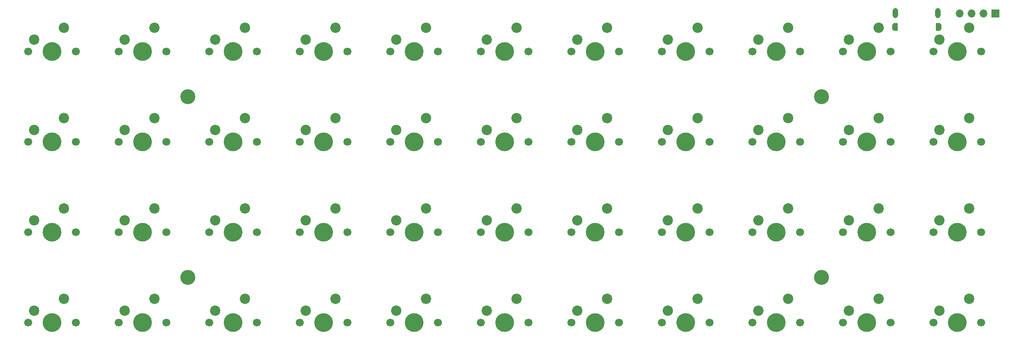
<source format=gbr>
%TF.GenerationSoftware,KiCad,Pcbnew,7.0.8*%
%TF.CreationDate,2023-10-13T02:07:57+02:00*%
%TF.ProjectId,keyboard_steamdeck,6b657962-6f61-4726-945f-737465616d64,V 1.0*%
%TF.SameCoordinates,Original*%
%TF.FileFunction,Soldermask,Top*%
%TF.FilePolarity,Negative*%
%FSLAX46Y46*%
G04 Gerber Fmt 4.6, Leading zero omitted, Abs format (unit mm)*
G04 Created by KiCad (PCBNEW 7.0.8) date 2023-10-13 02:07:57*
%MOMM*%
%LPD*%
G01*
G04 APERTURE LIST*
G04 Aperture macros list*
%AMFreePoly0*
4,1,17,-0.600000,0.455000,-0.180000,0.875000,0.300000,0.875000,0.368685,0.867031,0.469541,0.822499,0.547499,0.744541,0.592031,0.643685,0.600000,0.575000,0.600000,-0.575000,0.592031,-0.643685,0.547499,-0.744541,0.469541,-0.822499,0.368685,-0.867031,0.300000,-0.875000,-0.180000,-0.875000,-0.600000,-0.455000,-0.600000,0.455000,-0.600000,0.455000,$1*%
G04 Aperture macros list end*
%ADD10C,1.700000*%
%ADD11C,4.000000*%
%ADD12C,2.200000*%
%ADD13C,3.200000*%
%ADD14FreePoly0,180.000000*%
%ADD15O,1.200000X2.150000*%
%ADD16FreePoly0,0.000000*%
%ADD17R,1.700000X1.700000*%
%ADD18O,1.700000X1.700000*%
G04 APERTURE END LIST*
D10*
%TO.C,B15*%
X134366000Y-137160000D03*
D11*
X139446000Y-137160000D03*
D10*
X144526000Y-137160000D03*
D12*
X141986000Y-132080000D03*
X135636000Y-134620000D03*
%TD*%
D13*
%TO.C,H2*%
X110490000Y-108208000D03*
%TD*%
D10*
%TO.C,B36*%
X230886000Y-156464000D03*
D11*
X235966000Y-156464000D03*
D10*
X241046000Y-156464000D03*
D12*
X238506000Y-151384000D03*
X232156000Y-153924000D03*
%TD*%
D10*
%TO.C,B2*%
X76454000Y-98552000D03*
D11*
X81534000Y-98552000D03*
D10*
X86614000Y-98552000D03*
D12*
X84074000Y-93472000D03*
X77724000Y-96012000D03*
%TD*%
D10*
%TO.C,B40*%
X250190000Y-156464000D03*
D11*
X255270000Y-156464000D03*
D10*
X260350000Y-156464000D03*
D12*
X257810000Y-151384000D03*
X251460000Y-153924000D03*
%TD*%
D10*
%TO.C,B34*%
X230886000Y-117856000D03*
D11*
X235966000Y-117856000D03*
D10*
X241046000Y-117856000D03*
D12*
X238506000Y-112776000D03*
X232156000Y-115316000D03*
%TD*%
D10*
%TO.C,B9*%
X95758000Y-137160000D03*
D11*
X100838000Y-137160000D03*
D10*
X105918000Y-137160000D03*
D12*
X103378000Y-132080000D03*
X97028000Y-134620000D03*
%TD*%
D10*
%TO.C,B8*%
X95758000Y-117856000D03*
D11*
X100838000Y-117856000D03*
D10*
X105918000Y-117856000D03*
D12*
X103378000Y-112776000D03*
X97028000Y-115316000D03*
%TD*%
D10*
%TO.C,B18*%
X153670000Y-117856000D03*
D11*
X158750000Y-117856000D03*
D10*
X163830000Y-117856000D03*
D12*
X161290000Y-112776000D03*
X154940000Y-115316000D03*
%TD*%
D10*
%TO.C,B25*%
X192278000Y-98552000D03*
D11*
X197358000Y-98552000D03*
D10*
X202438000Y-98552000D03*
D12*
X199898000Y-93472000D03*
X193548000Y-96012000D03*
%TD*%
D10*
%TO.C,B39*%
X250190000Y-137160000D03*
D11*
X255270000Y-137160000D03*
D10*
X260350000Y-137160000D03*
D12*
X257810000Y-132080000D03*
X251460000Y-134620000D03*
%TD*%
D10*
%TO.C,B29*%
X211582000Y-98552000D03*
D11*
X216662000Y-98552000D03*
D10*
X221742000Y-98552000D03*
D12*
X219202000Y-93472000D03*
X212852000Y-96012000D03*
%TD*%
D10*
%TO.C,B5*%
X134366000Y-98552000D03*
D11*
X139446000Y-98552000D03*
D10*
X144526000Y-98552000D03*
D12*
X141986000Y-93472000D03*
X135636000Y-96012000D03*
%TD*%
D10*
%TO.C,B13*%
X115062000Y-156464000D03*
D11*
X120142000Y-156464000D03*
D10*
X125222000Y-156464000D03*
D12*
X122682000Y-151384000D03*
X116332000Y-153924000D03*
%TD*%
D10*
%TO.C,B27*%
X192278000Y-137160000D03*
D11*
X197358000Y-137160000D03*
D10*
X202438000Y-137160000D03*
D12*
X199898000Y-132080000D03*
X193548000Y-134620000D03*
%TD*%
D10*
%TO.C,B41*%
X269494000Y-98552000D03*
D11*
X274574000Y-98552000D03*
D10*
X279654000Y-98552000D03*
D12*
X277114000Y-93472000D03*
X270764000Y-96012000D03*
%TD*%
D10*
%TO.C,B26*%
X192278000Y-117856000D03*
D11*
X197358000Y-117856000D03*
D10*
X202438000Y-117856000D03*
D12*
X199898000Y-112776000D03*
X193548000Y-115316000D03*
%TD*%
D10*
%TO.C,B35*%
X230886000Y-137160000D03*
D11*
X235966000Y-137160000D03*
D10*
X241046000Y-137160000D03*
D12*
X238506000Y-132080000D03*
X232156000Y-134620000D03*
%TD*%
D10*
%TO.C,B30*%
X211582000Y-117856000D03*
D11*
X216662000Y-117856000D03*
D10*
X221742000Y-117856000D03*
D12*
X219202000Y-112776000D03*
X212852000Y-115316000D03*
%TD*%
D10*
%TO.C,B33*%
X230886000Y-98552000D03*
D11*
X235966000Y-98552000D03*
D10*
X241046000Y-98552000D03*
D12*
X238506000Y-93472000D03*
X232156000Y-96012000D03*
%TD*%
D10*
%TO.C,B23*%
X172974000Y-137160000D03*
D11*
X178054000Y-137160000D03*
D10*
X183134000Y-137160000D03*
D12*
X180594000Y-132080000D03*
X174244000Y-134620000D03*
%TD*%
D10*
%TO.C,B3*%
X95758000Y-98552000D03*
D11*
X100838000Y-98552000D03*
D10*
X105918000Y-98552000D03*
D12*
X103378000Y-93472000D03*
X97028000Y-96012000D03*
%TD*%
D13*
%TO.C,H1*%
X110490000Y-146812000D03*
%TD*%
D10*
%TO.C,B12*%
X115062000Y-137160000D03*
D11*
X120142000Y-137160000D03*
D10*
X125222000Y-137160000D03*
D12*
X122682000Y-132080000D03*
X116332000Y-134620000D03*
%TD*%
D10*
%TO.C,B10*%
X95758000Y-156464000D03*
D11*
X100838000Y-156464000D03*
D10*
X105918000Y-156464000D03*
D12*
X103378000Y-151384000D03*
X97028000Y-153924000D03*
%TD*%
D10*
%TO.C,B17*%
X153670000Y-98552000D03*
D11*
X158750000Y-98552000D03*
D10*
X163830000Y-98552000D03*
D12*
X161290000Y-93472000D03*
X154940000Y-96012000D03*
%TD*%
D10*
%TO.C,B44*%
X269494000Y-156464000D03*
D11*
X274574000Y-156464000D03*
D10*
X279654000Y-156464000D03*
D12*
X277114000Y-151384000D03*
X270764000Y-153924000D03*
%TD*%
D10*
%TO.C,B16*%
X134366000Y-156464000D03*
D11*
X139446000Y-156464000D03*
D10*
X144526000Y-156464000D03*
D12*
X141986000Y-151384000D03*
X135636000Y-153924000D03*
%TD*%
D10*
%TO.C,B7*%
X76454000Y-156464000D03*
D11*
X81534000Y-156464000D03*
D10*
X86614000Y-156464000D03*
D12*
X84074000Y-151384000D03*
X77724000Y-153924000D03*
%TD*%
D10*
%TO.C,B28*%
X192278000Y-156464000D03*
D11*
X197358000Y-156464000D03*
D10*
X202438000Y-156464000D03*
D12*
X199898000Y-151384000D03*
X193548000Y-153924000D03*
%TD*%
D10*
%TO.C,B21*%
X172974000Y-98552000D03*
D11*
X178054000Y-98552000D03*
D10*
X183134000Y-98552000D03*
D12*
X180594000Y-93472000D03*
X174244000Y-96012000D03*
%TD*%
D13*
%TO.C,H3*%
X245618000Y-108204000D03*
%TD*%
D10*
%TO.C,B6*%
X76454000Y-137160000D03*
D11*
X81534000Y-137160000D03*
D10*
X86614000Y-137160000D03*
D12*
X84074000Y-132080000D03*
X77724000Y-134620000D03*
%TD*%
D10*
%TO.C,B14*%
X134366000Y-117856000D03*
D11*
X139446000Y-117856000D03*
D10*
X144526000Y-117856000D03*
D12*
X141986000Y-112776000D03*
X135636000Y-115316000D03*
%TD*%
D10*
%TO.C,B38*%
X250190000Y-117856000D03*
D11*
X255270000Y-117856000D03*
D10*
X260350000Y-117856000D03*
D12*
X257810000Y-112776000D03*
X251460000Y-115316000D03*
%TD*%
D10*
%TO.C,B1*%
X76454000Y-117856000D03*
D11*
X81534000Y-117856000D03*
D10*
X86614000Y-117856000D03*
D12*
X84074000Y-112776000D03*
X77724000Y-115316000D03*
%TD*%
D10*
%TO.C,B20*%
X153670000Y-156464000D03*
D11*
X158750000Y-156464000D03*
D10*
X163830000Y-156464000D03*
D12*
X161290000Y-151384000D03*
X154940000Y-153924000D03*
%TD*%
D10*
%TO.C,B32*%
X211582000Y-156464000D03*
D11*
X216662000Y-156464000D03*
D10*
X221742000Y-156464000D03*
D12*
X219202000Y-151384000D03*
X212852000Y-153924000D03*
%TD*%
D10*
%TO.C,B11*%
X115062000Y-117856000D03*
D11*
X120142000Y-117856000D03*
D10*
X125222000Y-117856000D03*
D12*
X122682000Y-112776000D03*
X116332000Y-115316000D03*
%TD*%
D10*
%TO.C,B37*%
X250190000Y-98552000D03*
D11*
X255270000Y-98552000D03*
D10*
X260350000Y-98552000D03*
D12*
X257810000Y-93472000D03*
X251460000Y-96012000D03*
%TD*%
D10*
%TO.C,B4*%
X115062000Y-98552000D03*
D11*
X120142000Y-98552000D03*
D10*
X125222000Y-98552000D03*
D12*
X122682000Y-93472000D03*
X116332000Y-96012000D03*
%TD*%
D13*
%TO.C,H4*%
X245618000Y-146812000D03*
%TD*%
D10*
%TO.C,B43*%
X269494000Y-137160000D03*
D11*
X274574000Y-137160000D03*
D10*
X279654000Y-137160000D03*
D12*
X277114000Y-132080000D03*
X270764000Y-134620000D03*
%TD*%
D10*
%TO.C,B22*%
X172974000Y-117856000D03*
D11*
X178054000Y-117856000D03*
D10*
X183134000Y-117856000D03*
D12*
X180594000Y-112776000D03*
X174244000Y-115316000D03*
%TD*%
D10*
%TO.C,B19*%
X153670000Y-137160000D03*
D11*
X158750000Y-137160000D03*
D10*
X163830000Y-137160000D03*
D12*
X161290000Y-132080000D03*
X154940000Y-134620000D03*
%TD*%
D10*
%TO.C,B42*%
X269494000Y-117856000D03*
D11*
X274574000Y-117856000D03*
D10*
X279654000Y-117856000D03*
D12*
X277114000Y-112776000D03*
X270764000Y-115316000D03*
%TD*%
D10*
%TO.C,B24*%
X172974000Y-156464000D03*
D11*
X178054000Y-156464000D03*
D10*
X183134000Y-156464000D03*
D12*
X180594000Y-151384000D03*
X174244000Y-153924000D03*
%TD*%
D10*
%TO.C,B31*%
X211582000Y-137160000D03*
D11*
X216662000Y-137160000D03*
D10*
X221742000Y-137160000D03*
D12*
X219202000Y-132080000D03*
X212852000Y-134620000D03*
%TD*%
D14*
%TO.C,J3*%
X270560000Y-93343000D03*
D15*
X270410000Y-90343000D03*
D16*
X261220000Y-93343000D03*
D15*
X261370000Y-90343000D03*
%TD*%
D17*
%TO.C,J2*%
X282702000Y-90424000D03*
D18*
X280162000Y-90424000D03*
X277622000Y-90424000D03*
X275082000Y-90424000D03*
%TD*%
M02*

</source>
